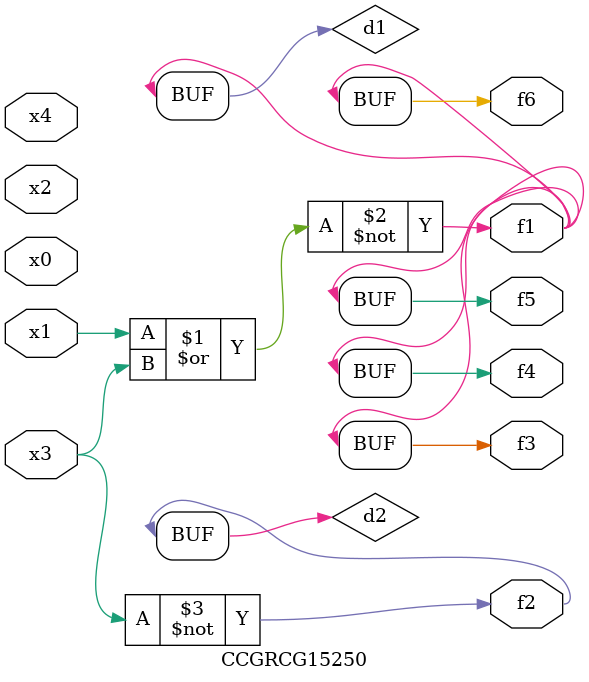
<source format=v>
module CCGRCG15250(
	input x0, x1, x2, x3, x4,
	output f1, f2, f3, f4, f5, f6
);

	wire d1, d2;

	nor (d1, x1, x3);
	not (d2, x3);
	assign f1 = d1;
	assign f2 = d2;
	assign f3 = d1;
	assign f4 = d1;
	assign f5 = d1;
	assign f6 = d1;
endmodule

</source>
